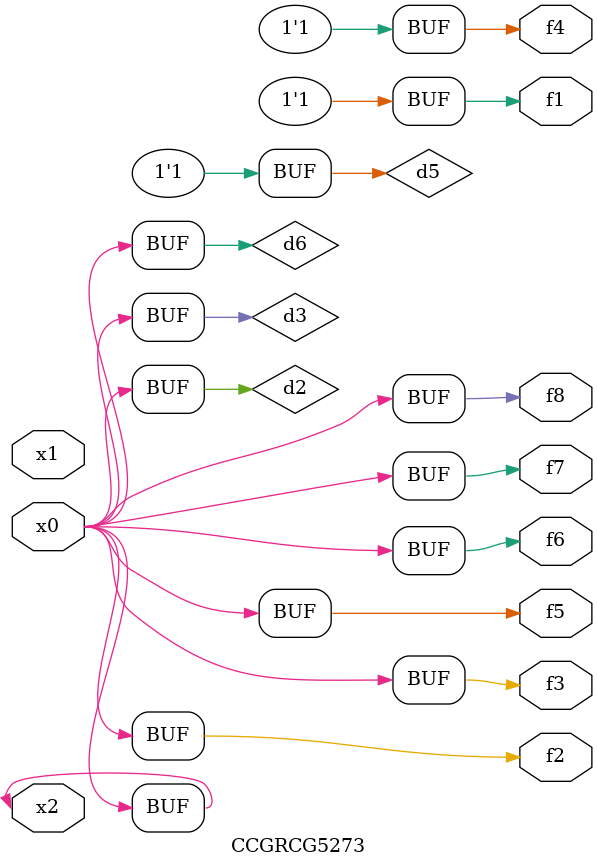
<source format=v>
module CCGRCG5273(
	input x0, x1, x2,
	output f1, f2, f3, f4, f5, f6, f7, f8
);

	wire d1, d2, d3, d4, d5, d6;

	xnor (d1, x2);
	buf (d2, x0, x2);
	and (d3, x0);
	xnor (d4, x1, x2);
	nand (d5, d1, d3);
	buf (d6, d2, d3);
	assign f1 = d5;
	assign f2 = d6;
	assign f3 = d6;
	assign f4 = d5;
	assign f5 = d6;
	assign f6 = d6;
	assign f7 = d6;
	assign f8 = d6;
endmodule

</source>
